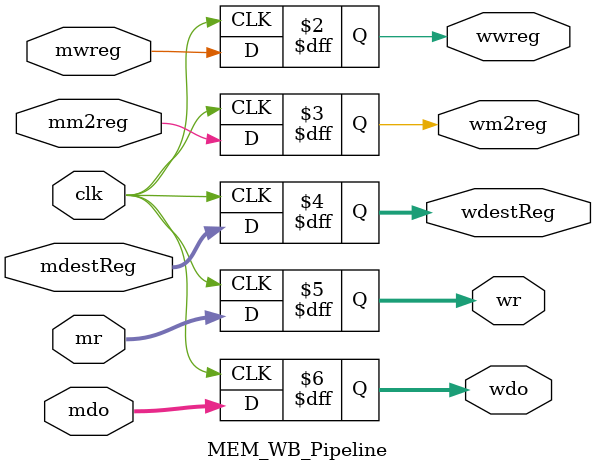
<source format=v>
`timescale 1ns / 1ps

module MEM_WB_Pipeline(
    input clk,      
    input mwreg,      
    input mm2reg,      
    input [4:0] mdestReg,
    input [31:0] mr,  
    input [31:0] mdo,  
   
    output reg wwreg,    
    output reg wm2reg,    
    output reg [4:0] wdestReg,
    output reg [31:0] wr,  
    output reg [31:0] wdo
);
    always @(posedge clk) begin
        wwreg    <= mwreg;
        wm2reg   <= mm2reg;
        wdestReg <= mdestReg;
        wr       <= mr;
        wdo      <= mdo;
    end
endmodule

</source>
